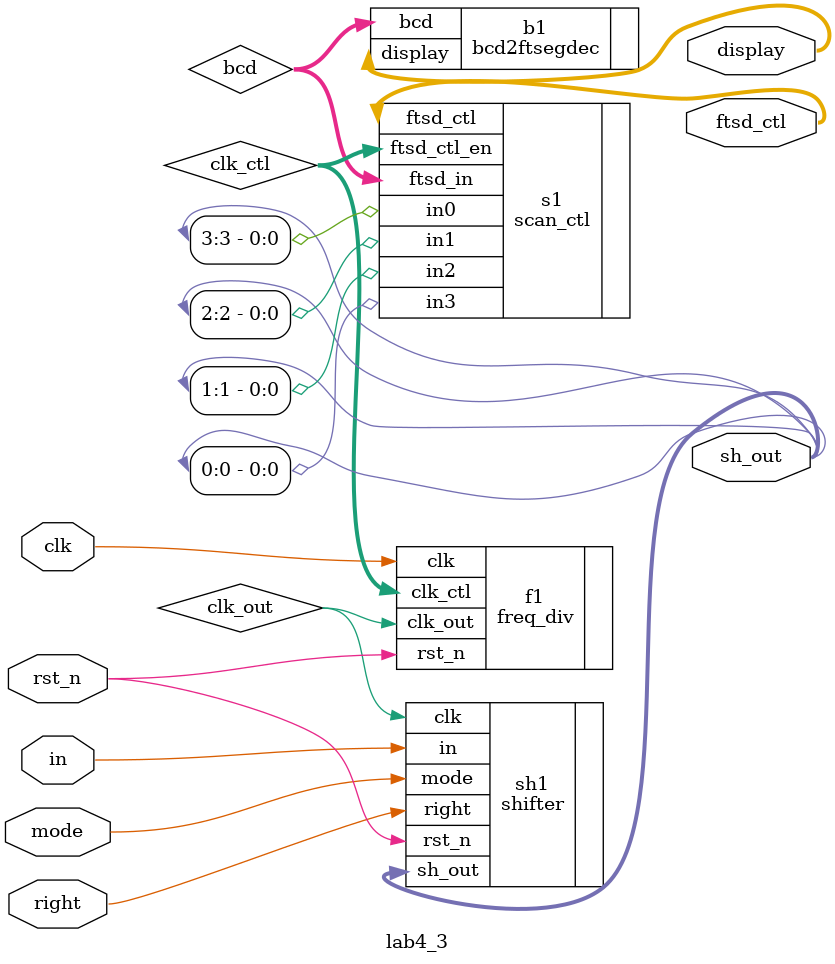
<source format=v>
`timescale 1ns / 1ps
module lab4_3(
	clk,
	rst_n,
	ftsd_ctl,
	display,
	in,
	mode,
	right,
	sh_out
    );
	 
	input clk;
	input rst_n;
	input in;
	input mode;
	input right;
	
	output [3:0]ftsd_ctl;
	output [14:0]display;
	output [3:0]sh_out;
	
	wire clk_out;
	wire [1:0]clk_ctl;
	wire [3:0]bcd;
	//wire [4:0]sh_out;

freq_div f1(
.clk_out(clk_out), // divided clock output
.clk_ctl(clk_ctl), // divided clock output for scan freq
.clk(clk), // global clock input
.rst_n(rst_n) // active low reset
	); 

scan_ctl s1(
.ftsd_ctl(ftsd_ctl), // ftsd display control signal 
.ftsd_in(bcd), // output to ftsd display
.in0(sh_out[3]), // 1st input
.in1(sh_out[2]), // 2nd input
.in2(sh_out[1]), // 3rd input
.in3(sh_out[0]), // 4th input
.ftsd_ctl_en(clk_ctl) // divided clock for scan control
	);
	
bcd2ftsegdec b1(
.display(display), // 14-segment display output
.bcd(bcd) // BCD input
	);

shifter sh1(
.sh_out(sh_out), // shifter output
.clk(clk_out), // global clock
.rst_n(rst_n), // active low reset
.in(in),
.mode(mode),
.right(right)
);


endmodule

</source>
